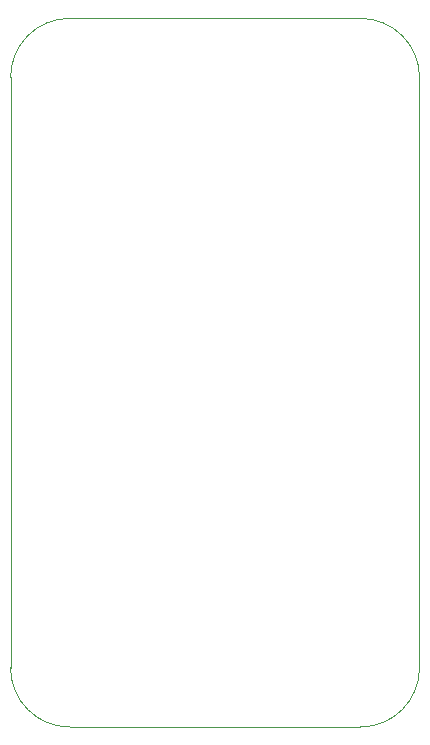
<source format=gbr>
%TF.GenerationSoftware,KiCad,Pcbnew,9.0.0*%
%TF.CreationDate,2025-06-04T23:48:02+02:00*%
%TF.ProjectId,uv_controler,75765f63-6f6e-4747-926f-6c65722e6b69,rev?*%
%TF.SameCoordinates,Original*%
%TF.FileFunction,Profile,NP*%
%FSLAX46Y46*%
G04 Gerber Fmt 4.6, Leading zero omitted, Abs format (unit mm)*
G04 Created by KiCad (PCBNEW 9.0.0) date 2025-06-04 23:48:02*
%MOMM*%
%LPD*%
G01*
G04 APERTURE LIST*
%TA.AperFunction,Profile*%
%ADD10C,0.050000*%
%TD*%
G04 APERTURE END LIST*
D10*
X126485534Y-57000000D02*
G75*
G02*
X131485500Y-62000000I-34J-5000000D01*
G01*
X96860534Y-112000000D02*
X96860534Y-62000000D01*
X101860534Y-57000000D02*
X126485534Y-57000000D01*
X131485534Y-112000000D02*
G75*
G02*
X126485534Y-117000034I-5000034J0D01*
G01*
X131485568Y-62000000D02*
X131485534Y-112000000D01*
X101860534Y-117000000D02*
G75*
G02*
X96860500Y-112000000I-34J5000000D01*
G01*
X126485534Y-117000000D02*
X101860534Y-117000000D01*
X96860534Y-62000000D02*
G75*
G02*
X101860534Y-57000034I4999966J0D01*
G01*
M02*

</source>
